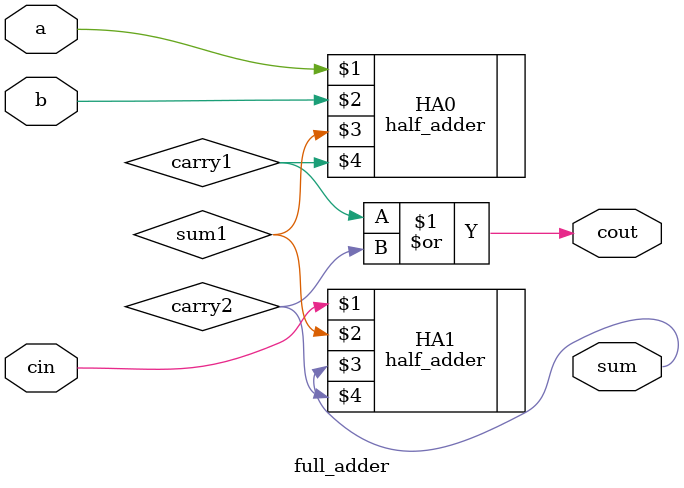
<source format=v>
module full_adder(input a, b, cin, output sum, cout);

	wire sum1,carry1,carry2;
	half_adder HA0(a,b,sum1,carry1);
	half_adder HA1(cin,sum1,sum,carry2);

	assign cout = carry1 | carry2;

endmodule

</source>
